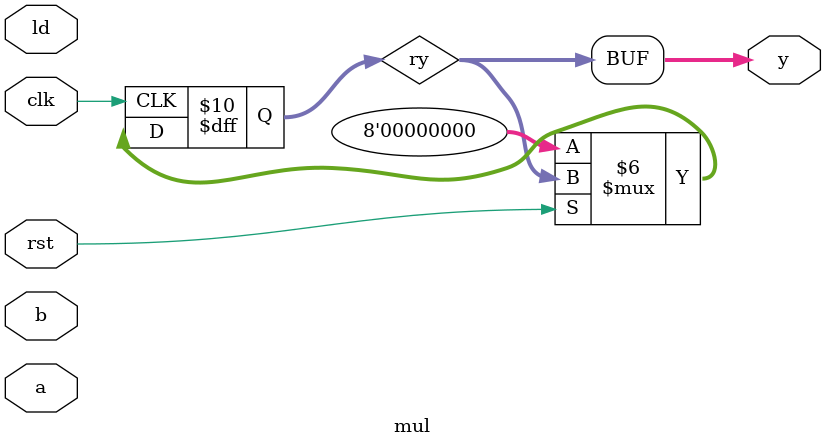
<source format=v>
`timescale 1ns/1ns

module mul(clk, rst, ld, a, b, y);
	input        clk;
	input        rst;
	input        ld;
	input  [3:0] a;
	input  [3:0] b;
	output [7:0] y;
	
	reg [3:0] ra;
	reg [7:0] ry;
	wire [4:0] w_add;
	 
	assign w_add = ry[7:4] + ra;
	assign y = ry;
	
	always@(posedge clk) begin : multiplicand
		if(rst == 1'b0) begin
			ra <= 4'b0000;
		/* write answer below */

		/* write answer above */
		end
	end

	always@(posedge clk) begin : product_multiplier
		if(rst == 1'b0) begin
			ry <= 8'b00000000;
		/* write answer below */

		/* write answer above */
		end
	end
	
endmodule

</source>
